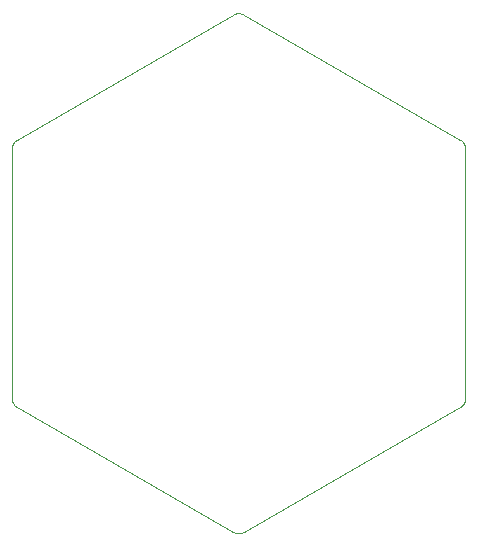
<source format=gbr>
%TF.GenerationSoftware,KiCad,Pcbnew,9.0.2+dfsg-1*%
%TF.CreationDate,2026-01-18T01:33:01+01:00*%
%TF.ProjectId,UNBRK_HEX,554e4252-4b5f-4484-9558-2e6b69636164,0.1*%
%TF.SameCoordinates,Original*%
%TF.FileFunction,Profile,NP*%
%FSLAX46Y46*%
G04 Gerber Fmt 4.6, Leading zero omitted, Abs format (unit mm)*
G04 Created by KiCad (PCBNEW 9.0.2+dfsg-1) date 2026-01-18 01:33:01*
%MOMM*%
%LPD*%
G01*
G04 APERTURE LIST*
%TA.AperFunction,Profile*%
%ADD10C,0.084666*%
%TD*%
G04 APERTURE END LIST*
D10*
X148522322Y-82968516D02*
X148577920Y-82973929D01*
X148633154Y-82982952D01*
X148687844Y-82995583D01*
X148741809Y-83011824D01*
X148794867Y-83031673D01*
X148846837Y-83055132D01*
X148897537Y-83082199D01*
X167220856Y-93661171D01*
X167269648Y-93691547D01*
X167315950Y-93724827D01*
X167359670Y-93760854D01*
X167400717Y-93799470D01*
X167439002Y-93840519D01*
X167474433Y-93883843D01*
X167506919Y-93929285D01*
X167536371Y-93976689D01*
X167562698Y-94025898D01*
X167585808Y-94076753D01*
X167605611Y-94129099D01*
X167622018Y-94182778D01*
X167634936Y-94237633D01*
X167644275Y-94293507D01*
X167649945Y-94350243D01*
X167651855Y-94407684D01*
X167651855Y-115565636D01*
X167651376Y-115594434D01*
X167649945Y-115623077D01*
X167647574Y-115651543D01*
X167644275Y-115679812D01*
X167640058Y-115707867D01*
X167634934Y-115735686D01*
X167628917Y-115763251D01*
X167622015Y-115790541D01*
X167614242Y-115817537D01*
X167605608Y-115844219D01*
X167596125Y-115870568D01*
X167585804Y-115896564D01*
X167574656Y-115922188D01*
X167562693Y-115947419D01*
X167549925Y-115972239D01*
X167536365Y-115996627D01*
X167522024Y-116020564D01*
X167506913Y-116044030D01*
X167491043Y-116067006D01*
X167474426Y-116089472D01*
X167457073Y-116111408D01*
X167438995Y-116132796D01*
X167420204Y-116153614D01*
X167400711Y-116173844D01*
X167380527Y-116193465D01*
X167359664Y-116212459D01*
X167338133Y-116230806D01*
X167315945Y-116248486D01*
X167293112Y-116265479D01*
X167269646Y-116281765D01*
X167245556Y-116297326D01*
X167220856Y-116312141D01*
X148897537Y-126891113D01*
X148846837Y-126918181D01*
X148794867Y-126941639D01*
X148741809Y-126961489D01*
X148687844Y-126977729D01*
X148633154Y-126990361D01*
X148577920Y-126999383D01*
X148522322Y-127004797D01*
X148466543Y-127006601D01*
X148410764Y-127004797D01*
X148355166Y-126999383D01*
X148299931Y-126990361D01*
X148245239Y-126977729D01*
X148191273Y-126961489D01*
X148138213Y-126941639D01*
X148086241Y-126918181D01*
X148035538Y-126891113D01*
X129712219Y-116312134D01*
X129663427Y-116281758D01*
X129617125Y-116248478D01*
X129573405Y-116212452D01*
X129532358Y-116173836D01*
X129494073Y-116132788D01*
X129458642Y-116089465D01*
X129426156Y-116044023D01*
X129396704Y-115996620D01*
X129370377Y-115947413D01*
X129347267Y-115896559D01*
X129327463Y-115844214D01*
X129311057Y-115790536D01*
X129298139Y-115735683D01*
X129288800Y-115679810D01*
X129283130Y-115623075D01*
X129281219Y-115565636D01*
X129281219Y-94407684D01*
X129281699Y-94378884D01*
X129283130Y-94350241D01*
X129285501Y-94321774D01*
X129288800Y-94293503D01*
X129293018Y-94265447D01*
X129298141Y-94237627D01*
X129304158Y-94210062D01*
X129311060Y-94182772D01*
X129318833Y-94155775D01*
X129327467Y-94129092D01*
X129336950Y-94102743D01*
X129347272Y-94076747D01*
X129358420Y-94051123D01*
X129370384Y-94025891D01*
X129383151Y-94001072D01*
X129396711Y-93976684D01*
X129411053Y-93952747D01*
X129426165Y-93929280D01*
X129442035Y-93906305D01*
X129458653Y-93883839D01*
X129476007Y-93861902D01*
X129494085Y-93840515D01*
X129512877Y-93819697D01*
X129532371Y-93799468D01*
X129552555Y-93779846D01*
X129573419Y-93760852D01*
X129594951Y-93742506D01*
X129617140Y-93724826D01*
X129639974Y-93707834D01*
X129663442Y-93691547D01*
X129687532Y-93675986D01*
X129712234Y-93661171D01*
X148035538Y-83082199D01*
X148086241Y-83055132D01*
X148138213Y-83031673D01*
X148191273Y-83011824D01*
X148245239Y-82995583D01*
X148299931Y-82982952D01*
X148355166Y-82973929D01*
X148410764Y-82968516D01*
X148466543Y-82966711D01*
X148522322Y-82968516D01*
M02*

</source>
